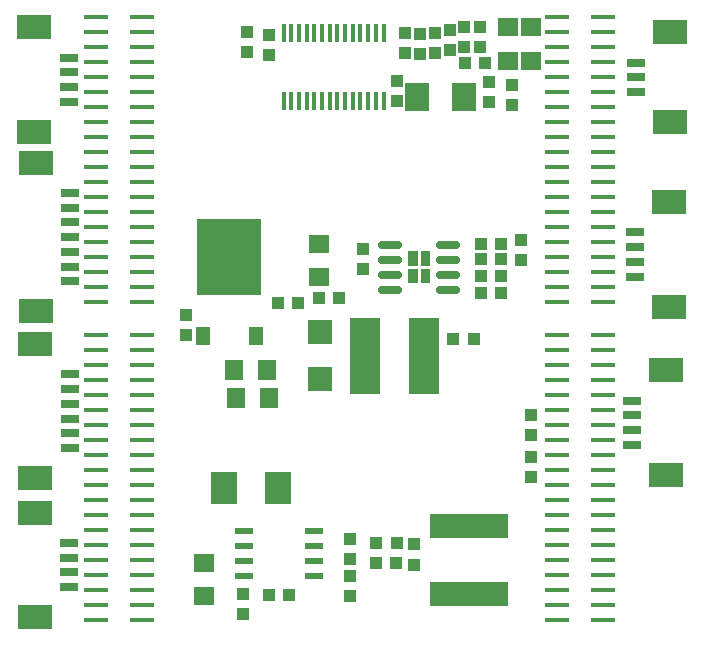
<source format=gtp>
G04*
G04 #@! TF.GenerationSoftware,Altium Limited,Altium Designer,24.4.1 (13)*
G04*
G04 Layer_Color=8421504*
%FSLAX44Y44*%
%MOMM*%
G71*
G04*
G04 #@! TF.SameCoordinates,5A4A1F7D-102A-4DB2-8EF6-149E98EE43DC*
G04*
G04*
G04 #@! TF.FilePolarity,Positive*
G04*
G01*
G75*
%ADD17R,2.0000X0.4500*%
%ADD18R,0.4100X1.5700*%
%ADD19R,1.0000X1.1000*%
%ADD20R,1.1000X1.0000*%
%ADD21R,1.8000X1.6000*%
%ADD22R,2.0000X2.4000*%
%ADD23R,2.2000X2.8000*%
%ADD24R,6.7100X2.0000*%
%ADD25R,1.6000X0.6000*%
G04:AMPARAMS|DCode=26|XSize=1.97mm|YSize=0.6mm|CornerRadius=0.162mm|HoleSize=0mm|Usage=FLASHONLY|Rotation=0.000|XOffset=0mm|YOffset=0mm|HoleType=Round|Shape=RoundedRectangle|*
%AMROUNDEDRECTD26*
21,1,1.9700,0.2760,0,0,0.0*
21,1,1.6460,0.6000,0,0,0.0*
1,1,0.3240,0.8230,-0.1380*
1,1,0.3240,-0.8230,-0.1380*
1,1,0.3240,-0.8230,0.1380*
1,1,0.3240,0.8230,0.1380*
%
%ADD26ROUNDEDRECTD26*%
%ADD27R,5.5000X6.5000*%
%ADD28R,1.2000X1.5000*%
%ADD29R,2.0000X2.0000*%
%ADD30R,1.6000X0.8000*%
%ADD31R,3.0000X2.1000*%
%ADD32R,2.5000X6.5000*%
%ADD33R,1.6000X1.8000*%
G36*
X562650Y1124717D02*
X554627D01*
Y1137150D01*
X562650D01*
Y1124717D01*
D02*
G37*
G36*
X573350Y1124729D02*
X565352D01*
Y1137150D01*
X573350D01*
Y1124729D01*
D02*
G37*
G36*
X562650Y1139853D02*
X554630D01*
Y1152250D01*
X562650D01*
Y1139853D01*
D02*
G37*
G36*
X573350Y1139854D02*
X565354D01*
Y1152250D01*
X573350D01*
Y1139854D01*
D02*
G37*
D17*
X329000Y1350000D02*
D03*
Y1337300D02*
D03*
Y1324600D02*
D03*
Y1311900D02*
D03*
Y1273800D02*
D03*
Y1286500D02*
D03*
Y1299200D02*
D03*
Y1261100D02*
D03*
Y1248400D02*
D03*
Y1235700D02*
D03*
Y1223000D02*
D03*
Y1210300D02*
D03*
Y1172200D02*
D03*
Y1184900D02*
D03*
Y1197600D02*
D03*
Y1159500D02*
D03*
Y1146800D02*
D03*
Y1134100D02*
D03*
Y1121400D02*
D03*
Y1108700D02*
D03*
X290000Y1350000D02*
D03*
Y1337300D02*
D03*
Y1324600D02*
D03*
Y1311900D02*
D03*
Y1273800D02*
D03*
Y1286500D02*
D03*
Y1299200D02*
D03*
Y1261100D02*
D03*
Y1248400D02*
D03*
Y1235700D02*
D03*
Y1223000D02*
D03*
Y1210300D02*
D03*
Y1172200D02*
D03*
Y1184900D02*
D03*
Y1197600D02*
D03*
Y1159500D02*
D03*
Y1146800D02*
D03*
Y1134100D02*
D03*
Y1121400D02*
D03*
Y1108700D02*
D03*
X681000Y840100D02*
D03*
Y852800D02*
D03*
Y865500D02*
D03*
Y878200D02*
D03*
Y890900D02*
D03*
Y929000D02*
D03*
Y916300D02*
D03*
Y903600D02*
D03*
Y941700D02*
D03*
Y954400D02*
D03*
Y967100D02*
D03*
Y979800D02*
D03*
Y992500D02*
D03*
Y1030600D02*
D03*
Y1017900D02*
D03*
Y1005200D02*
D03*
Y1043300D02*
D03*
Y1056000D02*
D03*
Y1068700D02*
D03*
Y1081400D02*
D03*
X720000Y840100D02*
D03*
Y852800D02*
D03*
Y865500D02*
D03*
Y878200D02*
D03*
Y890900D02*
D03*
Y929000D02*
D03*
Y916300D02*
D03*
Y903600D02*
D03*
Y941700D02*
D03*
Y954400D02*
D03*
Y967100D02*
D03*
Y979800D02*
D03*
Y992500D02*
D03*
Y1030600D02*
D03*
Y1017900D02*
D03*
Y1005200D02*
D03*
Y1043300D02*
D03*
Y1056000D02*
D03*
Y1068700D02*
D03*
Y1081400D02*
D03*
X680750Y1108700D02*
D03*
Y1121400D02*
D03*
Y1134100D02*
D03*
Y1146800D02*
D03*
Y1159500D02*
D03*
Y1197600D02*
D03*
Y1184900D02*
D03*
Y1172200D02*
D03*
Y1210300D02*
D03*
Y1223000D02*
D03*
Y1235700D02*
D03*
Y1248400D02*
D03*
Y1261100D02*
D03*
Y1299200D02*
D03*
Y1286500D02*
D03*
Y1273800D02*
D03*
Y1311900D02*
D03*
Y1324600D02*
D03*
Y1337300D02*
D03*
Y1350000D02*
D03*
X719750Y1108700D02*
D03*
Y1121400D02*
D03*
Y1134100D02*
D03*
Y1146800D02*
D03*
Y1159500D02*
D03*
Y1197600D02*
D03*
Y1184900D02*
D03*
Y1172200D02*
D03*
Y1210300D02*
D03*
Y1223000D02*
D03*
Y1235700D02*
D03*
Y1248400D02*
D03*
Y1261100D02*
D03*
Y1299200D02*
D03*
Y1286500D02*
D03*
Y1273800D02*
D03*
Y1311900D02*
D03*
Y1324600D02*
D03*
Y1337300D02*
D03*
Y1350000D02*
D03*
X290000Y840100D02*
D03*
Y852800D02*
D03*
Y865500D02*
D03*
Y878200D02*
D03*
Y890900D02*
D03*
Y929000D02*
D03*
Y916300D02*
D03*
Y903600D02*
D03*
Y941700D02*
D03*
Y954400D02*
D03*
Y967100D02*
D03*
Y979800D02*
D03*
Y992500D02*
D03*
Y1030600D02*
D03*
Y1017900D02*
D03*
Y1005200D02*
D03*
Y1043300D02*
D03*
Y1056000D02*
D03*
Y1068700D02*
D03*
Y1081400D02*
D03*
X329000Y840100D02*
D03*
Y852800D02*
D03*
Y865500D02*
D03*
Y878200D02*
D03*
Y890900D02*
D03*
Y929000D02*
D03*
Y916300D02*
D03*
Y903600D02*
D03*
Y941700D02*
D03*
Y954400D02*
D03*
Y967100D02*
D03*
Y979800D02*
D03*
Y992500D02*
D03*
Y1030600D02*
D03*
Y1017900D02*
D03*
Y1005200D02*
D03*
Y1043300D02*
D03*
Y1056000D02*
D03*
Y1068700D02*
D03*
Y1081400D02*
D03*
D18*
X449250Y1279250D02*
D03*
X455750D02*
D03*
X462250D02*
D03*
X468750D02*
D03*
X475250D02*
D03*
X481750D02*
D03*
X488250D02*
D03*
X494750D02*
D03*
X501250D02*
D03*
X507750D02*
D03*
X514250D02*
D03*
X520750D02*
D03*
X527250D02*
D03*
X533750D02*
D03*
X449250Y1336750D02*
D03*
X455750D02*
D03*
X462250D02*
D03*
X468750D02*
D03*
X475250D02*
D03*
X481750D02*
D03*
X488250D02*
D03*
X494750D02*
D03*
X501250D02*
D03*
X507750D02*
D03*
X514250D02*
D03*
X520750D02*
D03*
X527250D02*
D03*
X533750D02*
D03*
D19*
X417750Y1338000D02*
D03*
Y1321000D02*
D03*
X436500Y1318500D02*
D03*
Y1335500D02*
D03*
X577250Y1336500D02*
D03*
Y1319500D02*
D03*
X564500Y1319250D02*
D03*
Y1336250D02*
D03*
X551750Y1319500D02*
D03*
Y1336500D02*
D03*
X590250Y1322750D02*
D03*
Y1339750D02*
D03*
X602250Y1325250D02*
D03*
Y1342250D02*
D03*
X615500Y1341750D02*
D03*
Y1324750D02*
D03*
X544750Y1279500D02*
D03*
Y1296500D02*
D03*
X642250Y1275500D02*
D03*
Y1292500D02*
D03*
X623000Y1278250D02*
D03*
Y1295250D02*
D03*
X658250Y1013500D02*
D03*
Y996500D02*
D03*
Y960500D02*
D03*
Y977500D02*
D03*
X415000Y861750D02*
D03*
Y844750D02*
D03*
X505500Y891500D02*
D03*
Y908500D02*
D03*
X559500Y886750D02*
D03*
Y903750D02*
D03*
X505250Y876750D02*
D03*
Y859750D02*
D03*
X366250Y1081250D02*
D03*
Y1098250D02*
D03*
X516000Y1137000D02*
D03*
Y1154000D02*
D03*
X650000Y1144250D02*
D03*
Y1161250D02*
D03*
D20*
X619500Y1311500D02*
D03*
X602500D02*
D03*
X436500Y861250D02*
D03*
X453500D02*
D03*
X544500Y888250D02*
D03*
X527500D02*
D03*
X527750Y904750D02*
D03*
X544750D02*
D03*
X444750Y1108000D02*
D03*
X461750D02*
D03*
X633250Y1116500D02*
D03*
X616250D02*
D03*
X616000Y1131250D02*
D03*
X633000D02*
D03*
X616250Y1145500D02*
D03*
X633250D02*
D03*
X633500Y1158250D02*
D03*
X616500D02*
D03*
X478750Y1112500D02*
D03*
X495750D02*
D03*
X610000Y1077500D02*
D03*
X593000D02*
D03*
D21*
X659000Y1313500D02*
D03*
Y1341500D02*
D03*
X638750Y1313500D02*
D03*
Y1341500D02*
D03*
X381500Y860250D02*
D03*
Y888250D02*
D03*
X479500Y1130500D02*
D03*
Y1158500D02*
D03*
D22*
X602250Y1282750D02*
D03*
X562250D02*
D03*
D23*
X399000Y951250D02*
D03*
X444000D02*
D03*
D24*
X606250Y862000D02*
D03*
Y919720D02*
D03*
D25*
X475250Y877450D02*
D03*
X415250Y915550D02*
D03*
Y902850D02*
D03*
Y890150D02*
D03*
Y877450D02*
D03*
X475250Y915550D02*
D03*
Y902850D02*
D03*
Y890150D02*
D03*
D26*
X588750Y1157550D02*
D03*
Y1144850D02*
D03*
Y1132150D02*
D03*
Y1119450D02*
D03*
X539250D02*
D03*
Y1132150D02*
D03*
Y1144850D02*
D03*
Y1157550D02*
D03*
D27*
X403275Y1146925D02*
D03*
D28*
X425500Y1080250D02*
D03*
X381050D02*
D03*
D29*
X479750Y1044000D02*
D03*
Y1084000D02*
D03*
D30*
X268250Y1201500D02*
D03*
Y1189000D02*
D03*
Y1176500D02*
D03*
Y1164000D02*
D03*
Y1151500D02*
D03*
Y1139000D02*
D03*
Y1126500D02*
D03*
X746750Y1130600D02*
D03*
Y1143100D02*
D03*
Y1155600D02*
D03*
Y1168100D02*
D03*
X747250Y1311750D02*
D03*
Y1299250D02*
D03*
Y1286750D02*
D03*
X267750Y905150D02*
D03*
Y892650D02*
D03*
Y880150D02*
D03*
Y867650D02*
D03*
X267250Y1316000D02*
D03*
Y1303500D02*
D03*
Y1291000D02*
D03*
Y1278500D02*
D03*
X268000Y1047750D02*
D03*
Y1035250D02*
D03*
Y1022750D02*
D03*
Y1010250D02*
D03*
Y997750D02*
D03*
Y985250D02*
D03*
X743750Y988100D02*
D03*
Y1000600D02*
D03*
Y1013100D02*
D03*
Y1025600D02*
D03*
D31*
X239250Y1227000D02*
D03*
Y1101000D02*
D03*
X775750Y1105100D02*
D03*
Y1193600D02*
D03*
X776250Y1337250D02*
D03*
Y1261250D02*
D03*
X238750Y930650D02*
D03*
Y842150D02*
D03*
X238250Y1341500D02*
D03*
Y1253000D02*
D03*
X239000Y1073250D02*
D03*
Y959750D02*
D03*
X772750Y962600D02*
D03*
Y1051100D02*
D03*
D32*
X567750Y1063500D02*
D03*
X517750D02*
D03*
D33*
X407500Y1051750D02*
D03*
X435500D02*
D03*
X408500Y1028000D02*
D03*
X436500D02*
D03*
M02*

</source>
